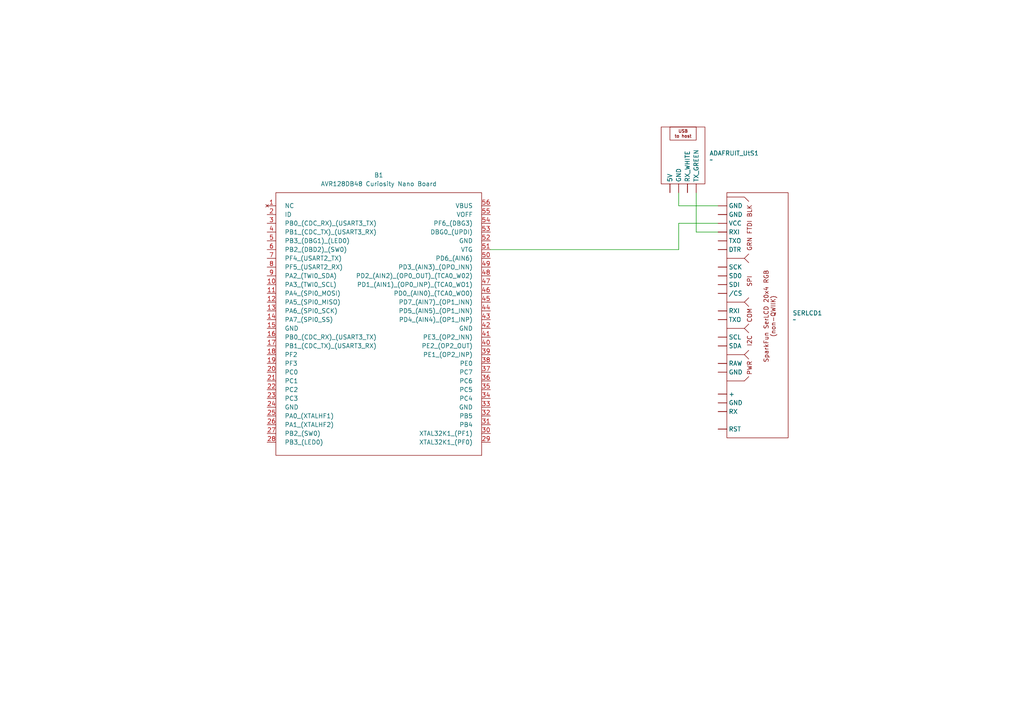
<source format=kicad_sch>
(kicad_sch (version 20231120) (generator "eeschema") (generator_version "8.0")
  (paper "A4")
  (title_block (title "ESE381-Lab04-DT2") (date "2025-02-27") (company "Stony Brook University") (comment 1 "Lab Section 02") (comment 2 "SBUID 114639231") (comment 3 "Mingi Hwang"))
  (lib_symbols
    (symbol "Adafruit_954_USB_to_TTL:Adafruit_954_USB-to-TTL"
      (property "Reference" "ADAFRUIT_UtS" (at 1.27 0.762 0))
      (symbol "Adafruit_954_USB-to-TTL_0_1"
        (rectangle (start -5.08 -1.27) (end 7.62 -17.78))
      )
      (symbol "Adafruit_954_USB-to-TTL_1_1"
        (text_box "USB\nto host" (at -2.54 -1.27 0) (size 7.62 -3.81) (effects (font (size 0.889 0.889))))
        (pin power_out line (at -2.54 -20.32 90) (length 2.54) (name "5V") (number ""))
        (pin power_out line (at 0 -20.32 90) (length 2.54) (name "GND") (number ""))
        (pin input line (at 2.54 -20.32 90) (length 2.54) (name "RX_WHITE") (number ""))
        (pin output line (at 5.08 -20.32 90) (length 2.54) (name "TX_GREEN") (number ""))
      )
    )
    (symbol "Curiosity_Nano:avr128db48_Curiosity_Nano" (pin_names (offset 2.54))
      (property "Reference" "B" (at -2.032 42.418 0))
      (property "Value" "AVR128DB48 Curiosity Nano Board" (at 1.27 39.116 0))
      (symbol "avr128db48_Curiosity_Nano_0_1"
        (rectangle (start -30.48 36.83) (end 29.21 -39.37))
        (rectangle (start 29.21 -39.37) (end 29.21 -39.37))
      )
      (symbol "avr128db48_Curiosity_Nano_1_1"
        (pin no_connect line (at -33.02 33.02 0) (length 2.54) (name "NC") (number "1"))
        (pin bidirectional line (at -33.02 10.16 0) (length 2.54) (name "PA3_(TWI0_SCL)") (number "10"))
        (pin bidirectional line (at -33.02 7.62 0) (length 2.54) (name "PA4_(SPI0_MOSI)") (number "11"))
        (pin bidirectional line (at -33.02 5.08 0) (length 2.54) (name "PA5_(SPI0_MISO)") (number "12"))
        (pin bidirectional line (at -33.02 2.54 0) (length 2.54) (name "PA6_(SPI0_SCK)") (number "13"))
        (pin bidirectional line (at -33.02 0 0) (length 2.54) (name "PA7_(SPI0_SS)") (number "14"))
        (pin input line (at -33.02 -2.54 0) (length 2.54) (name "GND") (number "15"))
        (pin bidirectional line (at -33.02 -5.08 0) (length 2.54) (name "PB0_(CDC_RX)_(USART3_TX)") (number "16"))
        (pin bidirectional line (at -33.02 -7.62 0) (length 2.54) (name "PB1_(CDC_TX)_(USART3_RX)") (number "17"))
        (pin bidirectional line (at -33.02 -10.16 0) (length 2.54) (name "PF2") (number "18"))
        (pin bidirectional line (at -33.02 -12.7 0) (length 2.54) (name "PF3") (number "19"))
        (pin bidirectional line (at -33.02 30.48 0) (length 2.54) (name "ID") (number "2"))
        (pin bidirectional line (at -33.02 -15.24 0) (length 2.54) (name "PC0") (number "20"))
        (pin bidirectional line (at -33.02 -17.78 0) (length 2.54) (name "PC1") (number "21"))
        (pin bidirectional line (at -33.02 -20.32 0) (length 2.54) (name "PC2") (number "22"))
        (pin bidirectional line (at -33.02 -22.86 0) (length 2.54) (name "PC3") (number "23"))
        (pin input line (at -33.02 -25.4 0) (length 2.54) (name "GND") (number "24"))
        (pin input line (at -33.02 -27.94 0) (length 2.54) (name "PA0_(XTALHF1)") (number "25"))
        (pin input line (at -33.02 -30.48 0) (length 2.54) (name "PA1_(XTALHF2)") (number "26"))
        (pin bidirectional line (at -33.02 -33.02 0) (length 2.54) (name "PB2_(SW0)") (number "27"))
        (pin bidirectional line (at -33.02 -35.56 0) (length 2.54) (name "PB3_(LED0)") (number "28"))
        (pin bidirectional line (at 31.75 -35.56 180) (length 2.54) (name "XTAL32K1_(PF0)") (number "29"))
        (pin bidirectional line (at -33.02 27.94 0) (length 2.54) (name "PB0_(CDC_RX)_(USART3_TX)") (number "3"))
        (pin bidirectional line (at 31.75 -33.02 180) (length 2.54) (name "XTAL32K1_(PF1)") (number "30"))
        (pin bidirectional line (at 31.75 -30.48 180) (length 2.54) (name "PB4") (number "31"))
        (pin bidirectional line (at 31.75 -27.94 180) (length 2.54) (name "PB5") (number "32"))
        (pin input line (at 31.75 -25.4 180) (length 2.54) (name "GND") (number "33"))
        (pin bidirectional line (at 31.75 -22.86 180) (length 2.54) (name "PC4") (number "34"))
        (pin bidirectional line (at 31.75 -20.32 180) (length 2.54) (name "PC5") (number "35"))
        (pin bidirectional line (at 31.75 -17.78 180) (length 2.54) (name "PC6") (number "36"))
        (pin bidirectional line (at 31.75 -15.24 180) (length 2.54) (name "PC7") (number "37"))
        (pin bidirectional line (at 31.75 -12.7 180) (length 2.54) (name "PE0") (number "38"))
        (pin bidirectional line (at 31.75 -10.16 180) (length 2.54) (name "PE1_(OP2_INP)") (number "39"))
        (pin bidirectional line (at -33.02 25.4 0) (length 2.54) (name "PB1_(CDC_TX)_(USART3_RX)") (number "4"))
        (pin bidirectional line (at 31.75 -7.62 180) (length 2.54) (name "PE2_(OP2_OUT)") (number "40"))
        (pin bidirectional line (at 31.75 -5.08 180) (length 2.54) (name "PE3_(OP2_INN)") (number "41"))
        (pin input line (at 31.75 -2.54 180) (length 2.54) (name "GND") (number "42"))
        (pin bidirectional line (at 31.75 0 180) (length 2.54) (name "PD4_(AIN4)_(OP1_INP)") (number "43"))
        (pin bidirectional line (at 31.75 2.54 180) (length 2.54) (name "PD5_(AIN5)_(OP1_INN)") (number "44"))
        (pin bidirectional line (at 31.75 5.08 180) (length 2.54) (name "PD7_(AIN7)_(OP1_INN)") (number "45"))
        (pin bidirectional line (at 31.75 7.62 180) (length 2.54) (name "PD0_(AIN0)_(TCA0_WO0)") (number "46"))
        (pin bidirectional line (at 31.75 10.16 180) (length 2.54) (name "PD1_(AIN1)_(OP0_INP)_(TCA0_WO1)") (number "47"))
        (pin bidirectional line (at 31.75 12.7 180) (length 2.54) (name "PD2_(AIN2)_(OP0_OUT)_(TCA0_W02)") (number "48"))
        (pin bidirectional line (at 31.75 15.24 180) (length 2.54) (name "PD3_(AIN3)_(OPO_INN)") (number "49"))
        (pin bidirectional line (at -33.02 22.86 0) (length 2.54) (name "PB3_(DBG1)_(LED0)") (number "5"))
        (pin bidirectional line (at 31.75 17.78 180) (length 2.54) (name "PD6_(AIN6)") (number "50"))
        (pin power_out line (at 31.75 20.32 180) (length 2.54) (name "VTG") (number "51"))
        (pin input line (at 31.75 22.86 180) (length 2.54) (name "GND") (number "52"))
        (pin bidirectional line (at 31.75 25.4 180) (length 2.54) (name "DBG0_(UPDI)") (number "53"))
        (pin bidirectional line (at 31.75 27.94 180) (length 2.54) (name "PF6_(DBG3)") (number "54"))
        (pin input line (at 31.75 30.48 180) (length 2.54) (name "VOFF") (number "55"))
        (pin power_out line (at 31.75 33.02 180) (length 2.54) (name "VBUS") (number "56"))
        (pin bidirectional line (at -33.02 20.32 0) (length 2.54) (name "PB2_(DBD2)_(SW0)") (number "6"))
        (pin bidirectional line (at -33.02 17.78 0) (length 2.54) (name "PF4_(USART2_TX)") (number "7"))
        (pin bidirectional line (at -33.02 15.24 0) (length 2.54) (name "PF5_(USART2_RX)") (number "8"))
        (pin bidirectional line (at -33.02 12.7 0) (length 2.54) (name "PA2_(TWI0_SDA)") (number "9"))
      )
    )
    (symbol "SparkFun_SerLCD_RGB_4x20:SerLCD-RGB-4x20"
      (property "Reference" "SERLCD1" (at 0.254 7.62 0))
      (symbol "SerLCD-RGB-4x20_1_1"
        (rectangle (start -35.56 5.08) (end 35.56 -12.7))
        (polyline (pts (xy -16.51 -7.62) (xy -17.78 -6.35)))
        (polyline (pts (xy -3.81 -7.62) (xy -5.08 -6.35)))
        (polyline (pts (xy 3.81 -7.62) (xy 2.54 -6.35)))
        (polyline (pts (xy 11.43 -7.62) (xy 10.16 -6.35)))
        (polyline (pts (xy 19.05 -7.62) (xy 17.78 -6.35)))
        (polyline (pts (xy 19.05 -7.62) (xy 19.05 -12.7)))
        (polyline (pts (xy -34.29 -12.7) (xy -34.29 -7.62) (xy -33.02 -6.35)))
        (polyline (pts (xy -15.24 -6.35) (xy -16.51 -7.62) (xy -16.51 -12.7)))
        (polyline (pts (xy -2.54 -6.35) (xy -3.81 -7.62) (xy -3.81 -12.7)))
        (polyline (pts (xy 5.08 -6.35) (xy 3.81 -7.62) (xy 3.81 -12.7)))
        (polyline (pts (xy 12.7 -6.35) (xy 11.43 -7.62) (xy 11.43 -12.7)))
        (text "COM" (at 0 -6.096 0) (effects (font (size 1.27 1.27))))
        (text "GRN FTDI BLK" (at -25.4 -6.096 0) (effects (font (size 1.27 1.27))))
        (text "I2C" (at 7.366 -6.096 0) (effects (font (size 1.27 1.27))))
        (text "PWR" (at 15.24 -6.096 0) (effects (font (size 1.27 1.27))))
        (text "SparkFun SerLCD 20x4 RGB\n(non-QWIIK)" (at 0.254 -0.254 0) (effects (font (size 1.27 1.27))))
        (text "SPI" (at -9.906 -6.096 0) (effects (font (size 1.27 1.27))))
        (pin power_in line (at 22.86 -15.24 90) (length 2.54) (name "+") (number ""))
        (pin input line (at -6.35 -15.24 90) (length 2.54) (name "/CS") (number ""))
        (pin input line (at -19.05 -15.24 90) (length 2.54) (name "DTR") (number ""))
        (pin power_in line (at -31.75 -15.24 90) (length 2.54) (name "GND") (number ""))
        (pin power_in line (at -29.21 -15.24 90) (length 2.54) (name "GND") (number ""))
        (pin power_in line (at 16.51 -15.24 90) (length 2.54) (name "GND") (number ""))
        (pin power_in line (at 25.4 -15.24 90) (length 2.54) (name "GND") (number ""))
        (pin power_in line (at 13.97 -15.24 90) (length 2.54) (name "RAW") (number ""))
        (pin input line (at 33.02 -15.24 90) (length 2.54) (name "RST") (number ""))
        (pin input line (at 27.94 -15.24 90) (length 2.54) (name "RX") (number ""))
        (pin input line (at -24.13 -15.24 90) (length 2.54) (name "RXI") (number ""))
        (pin input line (at -1.27 -15.24 90) (length 2.54) (name "RXI") (number ""))
        (pin input line (at -13.97 -15.24 90) (length 2.54) (name "SCK") (number ""))
        (pin input line (at 6.35 -15.24 90) (length 2.54) (name "SCL") (number ""))
        (pin output line (at -11.43 -15.24 90) (length 2.54) (name "SD0") (number ""))
        (pin input line (at 8.89 -15.24 90) (length 2.54) (name "SDA") (number ""))
        (pin input line (at -8.89 -15.24 90) (length 2.54) (name "SDI") (number ""))
        (pin output line (at -21.59 -15.24 90) (length 2.54) (name "TXO") (number ""))
        (pin output line (at 1.27 -15.24 90) (length 2.54) (name "TXO") (number ""))
        (pin power_in line (at -26.67 -15.24 90) (length 2.54) (name "VCC") (number ""))
      )
    )
  )
  (wire (pts (xy 201.93 67.31) (xy 208.28 67.31)))
  (wire (pts (xy 196.85 64.77) (xy 208.28 64.77)))
  (wire (pts (xy 201.93 55.88) (xy 201.93 67.31)))
  (wire (pts (xy 196.85 59.69) (xy 208.28 59.69)))
  (wire (pts (xy 196.85 72.39) (xy 196.85 64.77)))
  (wire (pts (xy 196.85 55.88) (xy 196.85 59.69)))
  (wire (pts (xy 142.24 72.39) (xy 196.85 72.39)))
  (symbol (lib_id "SparkFun_SerLCD_RGB_4x20:SerLCD-RGB-4x20") (at 223.52 91.44 270) (unit 1)
    (property "Reference" "SERLCD1" (at 229.87 90.8049 90) (effects (justify left)))
    (property "Value" "~" (at 229.87 92.71 90) (effects (justify left)))
  )
  (symbol (lib_id "Adafruit_954_USB_to_TTL:Adafruit_954_USB-to-TTL") (at 196.85 35.56 0) (unit 1)
    (property "Reference" "ADAFRUIT_UtS1" (at 205.74 44.4499 0) (effects (justify left)))
    (property "Value" "~" (at 205.74 46.355 0) (effects (justify left)))
  )
  (symbol (lib_id "Curiosity_Nano:avr128db48_Curiosity_Nano") (at 110.49 92.71 0) (unit 1)
    (property "Reference" "B1" (at 109.855 50.8 0))
    (property "Value" "AVR128DB48 Curiosity Nano Board" (at 109.855 53.34 0))
  )
)
</source>
